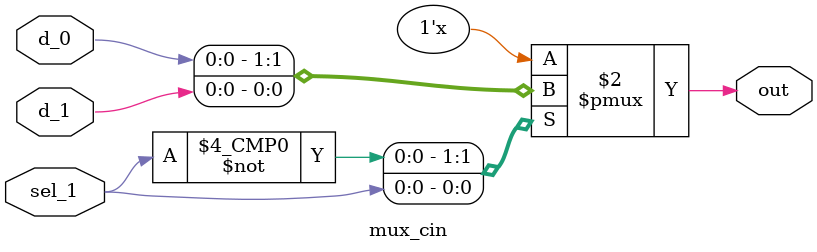
<source format=sv>
module mux_cin (d_0, d_1, sel_1, out);

	input d_0, d_1, sel_1; //input
	output out; //output
	reg out; //variables
	
	always @ (sel_1 or d_0 or d_1)
	begin: mux_cin
		case(sel_1)
			1'b0: out = d_0;
			1'b1: out = d_1;
		endcase
	end
endmodule
	

</source>
